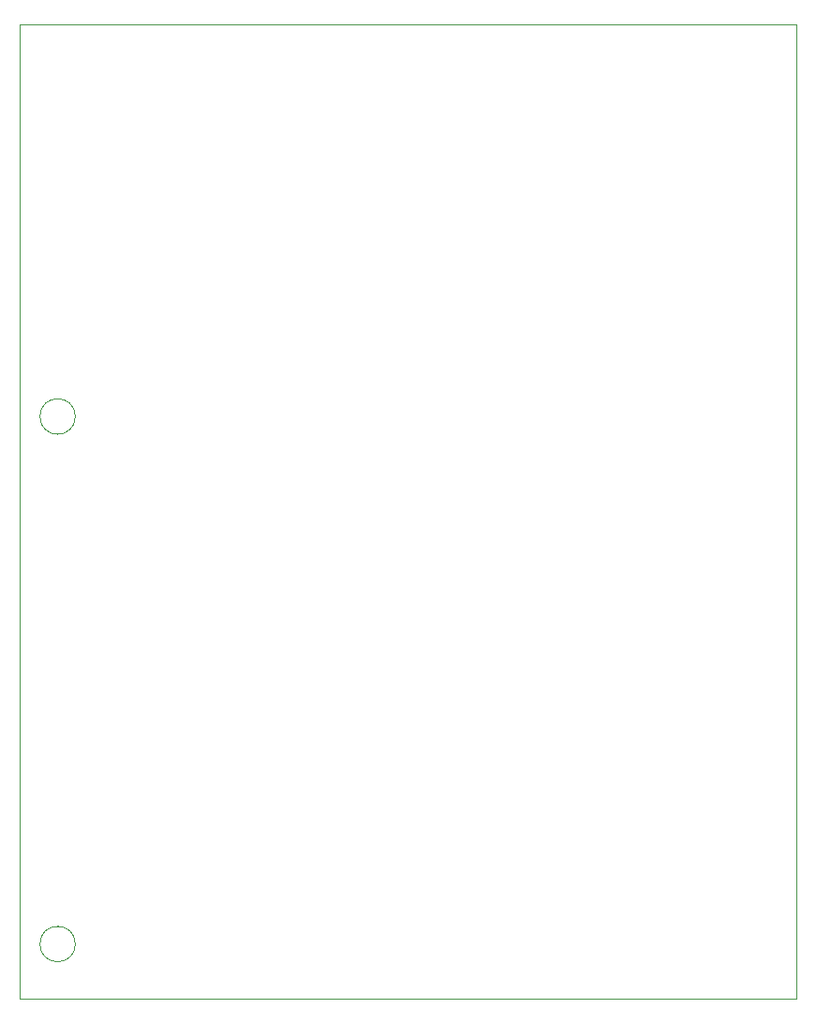
<source format=gm1>
G04 #@! TF.GenerationSoftware,KiCad,Pcbnew,(6.0.0)*
G04 #@! TF.CreationDate,2022-11-09T00:29:18-05:00*
G04 #@! TF.ProjectId,arcade tester controller input,61726361-6465-4207-9465-737465722063,rev?*
G04 #@! TF.SameCoordinates,Original*
G04 #@! TF.FileFunction,Profile,NP*
%FSLAX46Y46*%
G04 Gerber Fmt 4.6, Leading zero omitted, Abs format (unit mm)*
G04 Created by KiCad (PCBNEW (6.0.0)) date 2022-11-09 00:29:18*
%MOMM*%
%LPD*%
G01*
G04 APERTURE LIST*
G04 #@! TA.AperFunction,Profile*
%ADD10C,0.100000*%
G04 #@! TD*
G04 APERTURE END LIST*
D10*
X186690000Y-146250000D02*
X186690000Y-58250000D01*
X116510000Y-58250000D02*
X116510000Y-146250000D01*
X121510000Y-141283333D02*
G75*
G03*
X121510000Y-141283333I-1600000J0D01*
G01*
X116510000Y-146250000D02*
X186690000Y-146250000D01*
X121510000Y-93650000D02*
G75*
G03*
X121510000Y-93650000I-1600000J0D01*
G01*
X116510000Y-58250000D02*
X186690000Y-58250000D01*
M02*

</source>
